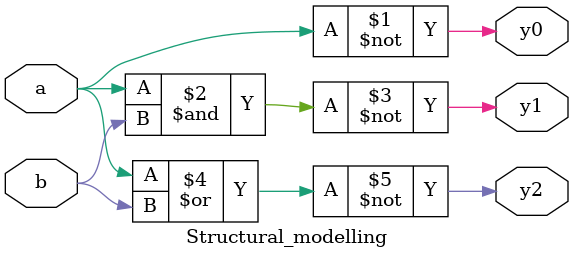
<source format=v>
module Structural_modelling(
    input a,b,
    output y0,y1,y2
    );
    
    assign y0=~a;
    assign y1=~(a&b);
    assign y2=~(a|b);
    
endmodule

</source>
